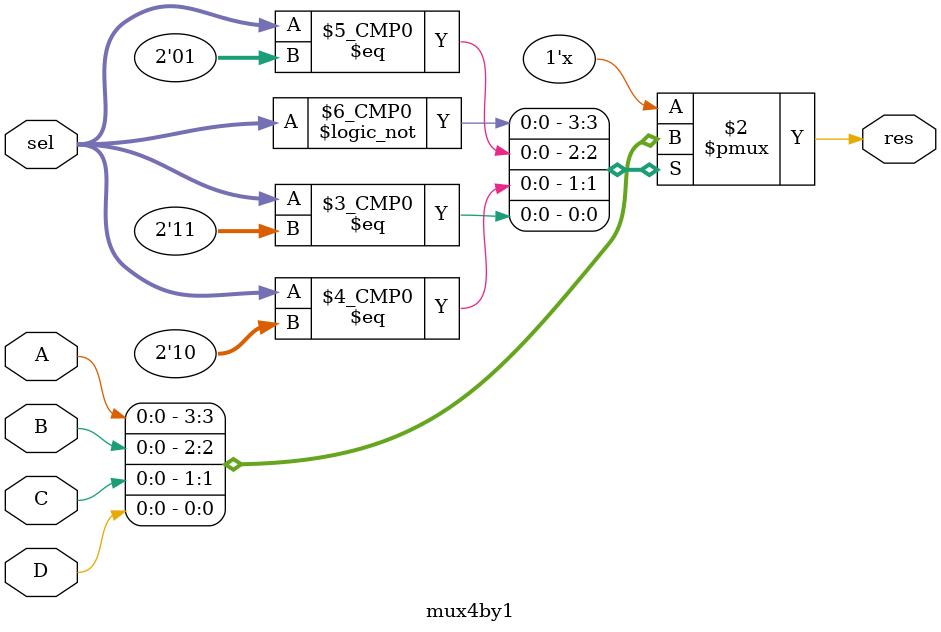
<source format=v>
module mux4by1 (
    input [1:0]sel, 
    input A, 
    input B,
    input C, 
    input D, 
    output reg res
    );
always @ * begin
  case (sel)
    2'b00 : res = A;
    2'b01 : res = B;
    2'b10 : res = C;
    2'b11 : res = D;
    default: res = D;
  endcase
end
endmodule
</source>
